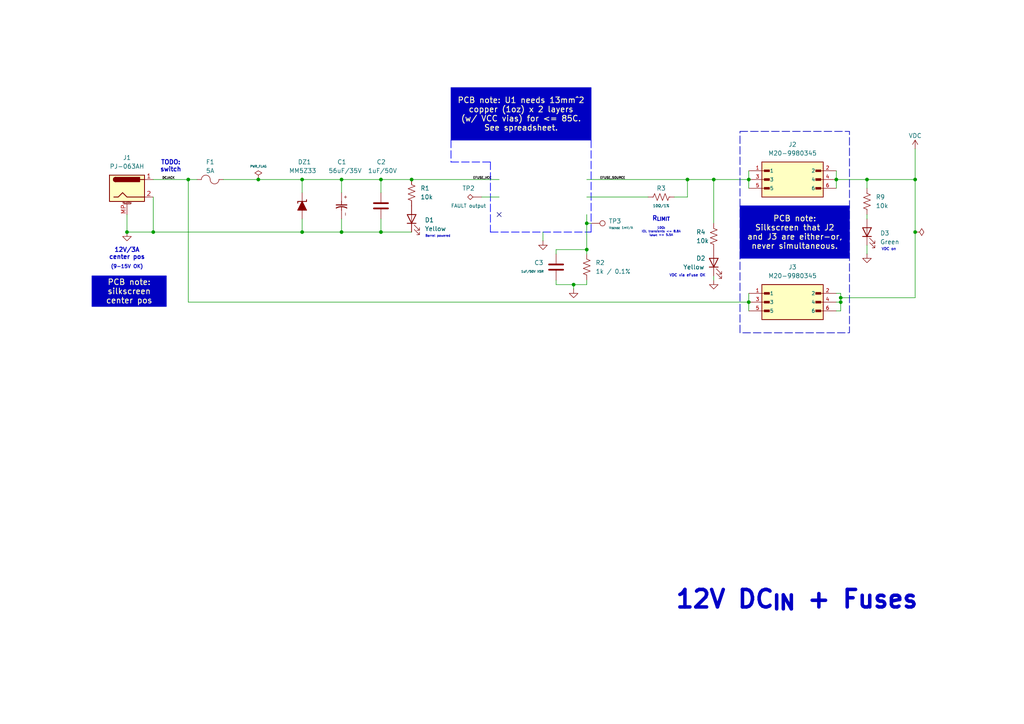
<source format=kicad_sch>
(kicad_sch (version 20231120) (generator "eeschema") (generator_version "8.0")
  (paper "A4")
  (lib_symbols
    (symbol "Connector:DC barrel jack" (pin_names hide)
      (property "Reference" "J" (at 0 5.334 0))
      (property "Value" "PJ-063AH" (at 1.27 -6.35 0))
      (symbol "DC barrel jack_0_1"
        (rectangle (start -5.08 3.81) (end 5.08 -3.81) (stroke (width 0.254)) (fill (type background)))
        (arc (start -3.302 3.175) (mid -3.9343 2.54) (end -3.302 1.905) (stroke (width 0.254)))
        (arc (start -3.302 3.175) (mid -3.9343 2.54) (end -3.302 1.905) (stroke (width 0.254)) (fill (type outline)))
        (polyline (pts (xy 5.08 2.54) (xy 3.81 2.54)) (stroke (width 0.254)))
        (polyline (pts (xy -3.81 -2.54) (xy -2.54 -2.54) (xy -1.27 -1.27) (xy 0 -2.54) (xy 2.54 -2.54) (xy 5.08 -2.54)) (stroke (width 0.254)))
        (rectangle (start 3.683 3.175) (end -3.302 1.905) (stroke (width 0.254)) (fill (type outline)))
      )
      (symbol "DC barrel jack_1_1"
        (polyline (pts (xy -1.016 -4.572) (xy 1.016 -4.572)) (stroke (width 0.1524)))
        (text "Mounting" (at 0 -4.191 0) (effects (font (size 0.381 0.381))))
        (pin power_out line (at 7.62 2.54 180) (length 2.54) (name "~") (number "1"))
        (pin passive line (at 7.62 -2.54 180) (length 2.54) (name "~") (number "2"))
        (pin passive line (at 0 -7.62 90) (length 3.048) (name "MountPin") (number "MP"))
      )
    )
    (symbol "Connector:TestPoint" (pin_numbers hide) (pin_names (offset 0.762) hide)
      (property "Reference" "TP" (at 0 6.858 0))
      (property "Value" "TestPoint" (at 0 5.08 0))
      (symbol "TestPoint_0_1"
        (circle (center 0 3.302) (radius 0.762))
      )
      (symbol "TestPoint_1_1"
        (pin passive line (at 0 0 90) (length 2.54) (name "1") (number "1"))
      )
    )
    (symbol "Connector:TestPoint_Alt" (pin_numbers hide) (pin_names (offset 0.762) hide)
      (property "Reference" "TP" (at 0 6.858 0))
      (property "Value" "TestPoint_Alt" (at 0 5.08 0))
      (symbol "TestPoint_Alt_0_1"
        (polyline (pts (xy 0 2.54) (xy -0.762 3.302) (xy 0 4.064) (xy 0.762 3.302) (xy 0 2.54)))
      )
      (symbol "TestPoint_Alt_1_1"
        (pin passive line (at 0 0 90) (length 2.54) (name "1") (number "1"))
      )
    )
    (symbol "Device:C" (pin_numbers hide) (pin_names (offset 0.254))
      (property "Reference" "C" (at 0.635 2.54 0))
      (property "Value" "C" (at 0.635 -2.54 0))
      (symbol "C_0_1"
        (polyline (pts (xy -2.032 -0.762) (xy 2.032 -0.762)) (stroke (width 0.508)))
        (polyline (pts (xy -2.032 0.762) (xy 2.032 0.762)) (stroke (width 0.508)))
      )
      (symbol "C_1_1"
        (pin passive line (at 0 3.81 270) (length 2.794) (name "~") (number "1"))
        (pin passive line (at 0 -3.81 90) (length 2.794) (name "~") (number "2"))
      )
    )
    (symbol "Device:LED" (pin_numbers hide) (pin_names (offset 1.016) hide)
      (property "Reference" "D" (at 0 2.54 0))
      (property "Value" "LED" (at 0 -2.54 0))
      (symbol "LED_0_1"
        (polyline (pts (xy -1.27 -1.27) (xy -1.27 1.27)) (stroke (width 0.254)))
        (polyline (pts (xy -1.27 0) (xy 1.27 0)))
        (polyline (pts (xy 1.27 -1.27) (xy 1.27 1.27) (xy -1.27 0) (xy 1.27 -1.27)) (stroke (width 0.254)))
        (polyline (pts (xy -3.048 -0.762) (xy -4.572 -2.286) (xy -3.81 -2.286) (xy -4.572 -2.286) (xy -4.572 -1.524)))
        (polyline (pts (xy -1.778 -0.762) (xy -3.302 -2.286) (xy -2.54 -2.286) (xy -3.302 -2.286) (xy -3.302 -1.524)))
      )
      (symbol "LED_1_1"
        (pin passive line (at -3.81 0 0) (length 2.54) (name "K") (number "1"))
        (pin passive line (at 3.81 0 180) (length 2.54) (name "A") (number "2"))
      )
    )
    (symbol "Device:R_US" (pin_numbers hide) (pin_names (offset 0))
      (property "Reference" "R" (at 2.54 0 90))
      (property "Value" "R_US" (at -2.54 0 90))
      (symbol "R_US_0_1"
        (polyline (pts (xy 0 -2.286) (xy 0 -2.54)))
        (polyline (pts (xy 0 2.286) (xy 0 2.54)))
        (polyline (pts (xy 0 -0.762) (xy 1.016 -1.143) (xy 0 -1.524) (xy -1.016 -1.905) (xy 0 -2.286)))
        (polyline (pts (xy 0 0.762) (xy 1.016 0.381) (xy 0 0) (xy -1.016 -0.381) (xy 0 -0.762)))
        (polyline (pts (xy 0 2.286) (xy 1.016 1.905) (xy 0 1.524) (xy -1.016 1.143) (xy 0 0.762)))
      )
      (symbol "R_US_1_1"
        (pin passive line (at 0 3.81 270) (length 1.27) (name "~") (number "1"))
        (pin passive line (at 0 -3.81 90) (length 1.27) (name "~") (number "2"))
      )
    )
    (symbol "M20_9980345:M20-9980345" (pin_names (offset 1.016))
      (property "Reference" "J" (at -9.39 5.08 0))
      (property "Value" "M20-9980345" (at -8.89 -7.62 0))
      (symbol "M20-9980345_0_0"
        (rectangle (start -8.89 -5.08) (end 8.89 5.08) (stroke (width 0.254)) (fill (type background)))
        (rectangle (start -8.255 -2.8575) (end -6.6675 -2.2225) (stroke (width 0.1)) (fill (type outline)))
        (rectangle (start -8.255 -0.3175) (end -6.6675 0.3175) (stroke (width 0.1)) (fill (type outline)))
        (rectangle (start -8.255 2.2225) (end -6.6675 2.8575) (stroke (width 0.1)) (fill (type outline)))
        (rectangle (start 8.255 -2.8575) (end 6.6675 -2.2225) (stroke (width 0.1)) (fill (type outline)))
        (rectangle (start 8.255 -0.3175) (end 6.6675 0.3175) (stroke (width 0.1)) (fill (type outline)))
        (rectangle (start 8.255 2.2225) (end 6.6675 2.8575) (stroke (width 0.1)) (fill (type outline)))
        (pin passive line (at -12.7 2.54 0) (length 5.08) (name "1") (number "1"))
        (pin passive line (at 12.7 2.54 180) (length 5.08) (name "2") (number "2"))
        (pin passive line (at -12.7 0 0) (length 5.08) (name "3") (number "3"))
        (pin passive line (at 12.7 0 180) (length 5.08) (name "4") (number "4"))
        (pin passive line (at -12.7 -2.54 0) (length 5.08) (name "5") (number "5"))
        (pin passive line (at 12.7 -2.54 180) (length 5.08) (name "6") (number "6"))
      )
    )
    (symbol "PCM_4ms_Power-symbol:PWR_FLAG" (power) (pin_numbers hide) (pin_names (offset 0) hide)
      (property "Value" "PWR_FLAG" (at 0 3.81 0))
      (symbol "PWR_FLAG_0_0"
        (pin power_out line (at 0 0 90) (length 0) (name "pwr") (number "1"))
      )
      (symbol "PWR_FLAG_0_1"
        (polyline (pts (xy 0 0) (xy 0 1.27) (xy -1.016 1.905) (xy 0 2.54) (xy 1.016 1.905) (xy 0 1.27)))
      )
    )
    (symbol "PCM_Device_AKL:Fuse" (pin_numbers hide) (pin_names (offset 0))
      (property "Reference" "F" (at 0 4.572 0))
      (property "Value" "Fuse" (at 0 3.175 0))
      (symbol "Fuse_0_1"
        (arc (start 0 0) (mid -1.27 1.2645) (end -2.54 0))
        (arc (start 0 0) (mid 1.27 -1.2645) (end 2.54 0))
      )
      (symbol "Fuse_1_1"
        (pin passive line (at -3.81 0 0) (length 1.27) (name "~") (number "1"))
        (pin passive line (at 3.81 0 180) (length 1.27) (name "~") (number "2"))
      )
    )
    (symbol "PCM_Diode_Zener_AKL:MM5Z33" (pin_numbers hide) (pin_names (offset 1.016) hide)
      (property "Reference" "DZ" (at 0 5.08 0))
      (property "Value" "MM5Z33" (at 0 2.54 0))
      (symbol "MM5Z33_0_1"
        (polyline (pts (xy -1.27 0) (xy 1.27 0)))
        (polyline (pts (xy 1.27 1.27) (xy 0.762 1.27)) (stroke (width 0.254)))
        (polyline (pts (xy 1.27 1.27) (xy 1.27 -1.27)) (stroke (width 0.254)))
        (polyline (pts (xy 1.778 -1.27) (xy 1.27 -1.27)) (stroke (width 0.254)))
        (polyline (pts (xy -1.27 -1.27) (xy -1.27 1.27) (xy 1.27 0) (xy -1.27 -1.27)) (stroke (width 0.254)) (fill (type outline)))
      )
      (symbol "MM5Z33_0_2"
        (polyline (pts (xy -2.54 -2.54) (xy 2.54 2.54)))
        (polyline (pts (xy 0 1.778) (xy -0.381 1.397)) (stroke (width 0.254)))
        (polyline (pts (xy 0 1.778) (xy 1.778 0)) (stroke (width 0.254)))
        (polyline (pts (xy -0.889 -0.889) (xy -1.778 0) (xy 0.889 0.889) (xy 0 -1.778) (xy -0.889 -0.889)) (stroke (width 0.254)) (fill (type outline)))
      )
      (symbol "MM5Z33_1_1"
        (pin passive line (at 3.81 0 180) (length 2.54) (name "K") (number "1"))
        (pin passive line (at -3.81 0 0) (length 2.54) (name "A") (number "2"))
      )
      (symbol "MM5Z33_1_2"
        (pin passive line (at 2.54 2.54 180) (length 0) (name "K") (number "1"))
        (pin passive line (at -2.54 -2.54 0) (length 0) (name "A") (number "2"))
      )
    )
    (symbol "PCV1V560MCL1GS:PCV1V560MCL1GS" (pin_numbers hide) (pin_names (offset 0.254))
      (property "Reference" "C" (at 3.81 3.81 0))
      (property "Value" "56uF/35V" (at 3.81 -3.81 0))
      (symbol "PCV1V560MCL1GS_0_1"
        (polyline (pts (xy 3.556 -1.524) (xy 3.556 1.524)) (stroke (width 0.3048)))
        (arc (start 4.4449 1.524) (mid 4.0563 0) (end 4.4449 -1.524) (stroke (width 0.3048)))
      )
      (symbol "PCV1V560MCL1GS_1_1"
        (polyline (pts (xy 0.889 -1.143) (xy 1.651 -1.143)) (stroke (width 0.127)))
        (polyline (pts (xy 1.27 -1.524) (xy 1.27 -0.762)) (stroke (width 0.127)))
        (polyline (pts (xy 2.54 0) (xy 3.4798 0)) (stroke (width 0.2032)))
        (polyline (pts (xy 4.1148 0) (xy 5.08 0)) (stroke (width 0.2032)))
        (polyline (pts (xy 5.842 -1.143) (xy 6.604 -1.143)) (stroke (width 0.127)))
        (pin passive line (at 0 0 0) (length 2.54) (name "") (number "1"))
        (pin passive line (at 7.62 0 180) (length 2.54) (name "") (number "2"))
      )
      (symbol "PCV1V560MCL1GS_1_2"
        (polyline (pts (xy -1.905 -4.1148) (xy 1.905 -4.1148)) (stroke (width 0.2032)))
        (polyline (pts (xy -1.905 -3.4798) (xy 1.905 -3.4798)) (stroke (width 0.2032)))
        (polyline (pts (xy 0 -4.1148) (xy 0 -5.08)) (stroke (width 0.2032)))
        (polyline (pts (xy 0 -2.54) (xy 0 -3.4798)) (stroke (width 0.2032)))
        (polyline (pts (xy 0.3175 -1.5875) (xy 0.9525 -1.5875)) (stroke (width 0.127)))
        (polyline (pts (xy 0.635 -1.27) (xy 0.635 -1.905)) (stroke (width 0.127)))
        (pin unspecified line (at 0 0 270) (length 2.54) (name "") (number "1"))
        (pin unspecified line (at 0 -7.62 90) (length 2.54) (name "") (number "2"))
      )
    )
    (symbol "power:GND" (power) (pin_numbers hide) (pin_names (offset 0) hide)
      (property "Value" "GND" (at 0 -3.81 0))
      (symbol "GND_0_1"
        (polyline (pts (xy 0 0) (xy 0 -1.27) (xy 1.27 -1.27) (xy 0 -2.54) (xy -1.27 -1.27) (xy 0 -1.27)))
      )
      (symbol "GND_1_1"
        (pin power_in line (at 0 0 270) (length 0) (name "~") (number "1"))
      )
    )
    (symbol "power:VDC" (power) (pin_numbers hide) (pin_names (offset 0) hide)
      (property "Value" "VDC" (at 0 3.556 0))
      (symbol "VDC_0_1"
        (polyline (pts (xy -0.762 1.27) (xy 0 2.54)))
        (polyline (pts (xy 0 0) (xy 0 2.54)))
        (polyline (pts (xy 0 2.54) (xy 0.762 1.27)))
      )
      (symbol "VDC_1_1"
        (pin power_in line (at 0 0 90) (length 0) (name "~") (number "1"))
      )
    )
  )
  (junction (at 199.39 52.07))
  (junction (at 36.83 67.31))
  (junction (at 242.57 52.07))
  (junction (at 170.18 72.39))
  (junction (at 99.06 52.07))
  (junction (at 166.37 82.55))
  (junction (at 54.61 52.07))
  (junction (at 265.43 52.07))
  (junction (at 217.17 52.07))
  (junction (at 251.46 52.07))
  (junction (at 44.45 67.31))
  (junction (at 243.84 86.36))
  (junction (at 99.06 67.31))
  (junction (at 265.43 67.31))
  (junction (at 217.17 87.63))
  (junction (at 87.63 67.31))
  (junction (at 110.49 67.31))
  (junction (at 110.49 52.07))
  (junction (at 87.63 52.07))
  (junction (at 170.18 64.77))
  (junction (at 74.93 52.07))
  (junction (at 207.01 52.07))
  (junction (at 243.84 87.63))
  (junction (at 119.38 52.07))
  (no_connect (at 144.78 62.23))
  (wire (pts (xy 265.43 52.07) (xy 265.43 43.18)))
  (wire (pts (xy 242.57 85.09) (xy 243.84 85.09)))
  (wire (pts (xy 170.18 64.77) (xy 170.18 72.39)))
  (wire (pts (xy 110.49 52.07) (xy 119.38 52.07)))
  (wire (pts (xy 161.29 72.39) (xy 170.18 72.39)))
  (polyline (pts (xy 130.81 40.64) (xy 130.81 46.99)) (stroke (width 0.2032) (type dash) (color 0 0 255 1)))
  (wire (pts (xy 187.96 57.15) (xy 170.18 57.15)))
  (wire (pts (xy 87.63 67.31) (xy 99.06 67.31)))
  (wire (pts (xy 170.18 82.55) (xy 170.18 81.28)))
  (polyline (pts (xy 142.24 67.31) (xy 171.45 67.31)) (stroke (width 0.2032) (type dash) (color 0 0 255 1)))
  (wire (pts (xy 242.57 52.07) (xy 251.46 52.07)))
  (wire (pts (xy 110.49 67.31) (xy 119.38 67.31)))
  (wire (pts (xy 170.18 62.23) (xy 170.18 64.77)))
  (wire (pts (xy 54.61 52.07) (xy 54.61 87.63)))
  (wire (pts (xy 44.45 57.15) (xy 44.45 67.31)))
  (wire (pts (xy 243.84 87.63) (xy 243.84 90.17)))
  (wire (pts (xy 265.43 67.31) (xy 265.43 86.36)))
  (wire (pts (xy 207.01 52.07) (xy 217.17 52.07)))
  (wire (pts (xy 242.57 52.07) (xy 242.57 54.61)))
  (wire (pts (xy 243.84 86.36) (xy 265.43 86.36)))
  (wire (pts (xy 243.84 85.09) (xy 243.84 86.36)))
  (wire (pts (xy 170.18 73.66) (xy 170.18 72.39)))
  (wire (pts (xy 170.18 52.07) (xy 199.39 52.07)))
  (wire (pts (xy 199.39 57.15) (xy 195.58 57.15)))
  (wire (pts (xy 110.49 55.88) (xy 110.49 52.07)))
  (wire (pts (xy 242.57 87.63) (xy 243.84 87.63)))
  (wire (pts (xy 217.17 87.63) (xy 217.17 90.17)))
  (wire (pts (xy 87.63 63.5) (xy 87.63 67.31)))
  (wire (pts (xy 243.84 86.36) (xy 243.84 87.63)))
  (wire (pts (xy 36.83 67.31) (xy 44.45 67.31)))
  (wire (pts (xy 251.46 52.07) (xy 265.43 52.07)))
  (wire (pts (xy 161.29 82.55) (xy 166.37 82.55)))
  (wire (pts (xy 171.45 64.77) (xy 170.18 64.77)))
  (wire (pts (xy 54.61 52.07) (xy 57.15 52.07)))
  (wire (pts (xy 207.01 52.07) (xy 207.01 64.77)))
  (wire (pts (xy 44.45 52.07) (xy 54.61 52.07)))
  (wire (pts (xy 217.17 52.07) (xy 217.17 54.61)))
  (wire (pts (xy 166.37 82.55) (xy 170.18 82.55)))
  (polyline (pts (xy 171.45 40.64) (xy 171.45 67.31)) (stroke (width 0.2032) (type dash) (color 0 0 255 1)))
  (polyline (pts (xy 130.81 46.99) (xy 142.24 46.99)) (stroke (width 0.2032) (type dash) (color 0 0 255 1)))
  (wire (pts (xy 217.17 49.53) (xy 217.17 52.07)))
  (wire (pts (xy 99.06 52.07) (xy 110.49 52.07)))
  (wire (pts (xy 251.46 54.61) (xy 251.46 52.07)))
  (wire (pts (xy 265.43 52.07) (xy 265.43 67.31)))
  (wire (pts (xy 99.06 63.5) (xy 99.06 67.31)))
  (wire (pts (xy 199.39 52.07) (xy 199.39 57.15)))
  (wire (pts (xy 207.01 81.28) (xy 207.01 80.01)))
  (wire (pts (xy 217.17 85.09) (xy 217.17 87.63)))
  (wire (pts (xy 157.48 69.85) (xy 157.48 67.31)))
  (wire (pts (xy 161.29 82.55) (xy 161.29 81.28)))
  (wire (pts (xy 36.83 62.23) (xy 36.83 67.31)))
  (wire (pts (xy 166.37 83.82) (xy 166.37 82.55)))
  (wire (pts (xy 139.7 57.15) (xy 144.78 57.15)))
  (wire (pts (xy 119.38 52.07) (xy 144.78 52.07)))
  (wire (pts (xy 99.06 67.31) (xy 110.49 67.31)))
  (wire (pts (xy 99.06 55.88) (xy 99.06 52.07)))
  (wire (pts (xy 87.63 52.07) (xy 99.06 52.07)))
  (wire (pts (xy 161.29 73.66) (xy 161.29 72.39)))
  (wire (pts (xy 87.63 55.88) (xy 87.63 52.07)))
  (wire (pts (xy 199.39 52.07) (xy 207.01 52.07)))
  (wire (pts (xy 74.93 52.07) (xy 87.63 52.07)))
  (polyline (pts (xy 142.24 46.99) (xy 142.24 67.31)) (stroke (width 0.2032) (type dash) (color 0 0 255 1)))
  (wire (pts (xy 251.46 63.5) (xy 251.46 62.23)))
  (wire (pts (xy 110.49 63.5) (xy 110.49 67.31)))
  (wire (pts (xy 217.17 87.63) (xy 54.61 87.63)))
  (wire (pts (xy 242.57 49.53) (xy 242.57 52.07)))
  (wire (pts (xy 242.57 90.17) (xy 243.84 90.17)))
  (wire (pts (xy 251.46 73.66) (xy 251.46 71.12)))
  (wire (pts (xy 44.45 67.31) (xy 87.63 67.31)))
  (wire (pts (xy 64.77 52.07) (xy 74.93 52.07)))
  (rectangle (start 214.63 38.1) (end 246.38 96.52) (stroke (width 0.2032) (type dash) (color 0 0 194 1)))
  (text_box "PCB note: U1 needs 13mm^2 \ncopper (1oz) x 2 layers \n(w/ VCC vias) for <= 85C. \nSee spreadsheet." (at 130.81 25.4 0) (size 40.64 15.24) (fill (type color) (color 0 0 194 1)) (effects (font (size 1.651 1.651) (thickness 0.254) (bold yes))))
  (text_box "PCB note: \nSilkscreen that J2 \nand J3 are either-or, \nnever simultaneous." (at 214.63 59.69 0) (size 31.75 15.24) (fill (type color) (color 0 0 194 1)) (effects (font (size 1.651 1.651) (thickness 0.254) (bold yes))))
  (text_box "PCB note: silkscreen \ncenter pos" (at 26.67 80.01 0) (size 21.59 8.89) (fill (type color) (color 0 0 194 1)) (effects (font (size 1.651 1.651) (thickness 0.254) (bold yes))))
  (text "R_{LIMIT}\n" (at 191.77 63.5 0) (effects (font (size 1.27 1.27) (thickness 0.254) (bold yes))))
  (text "12V/3A\ncenter pos" (at 36.83 73.66 0) (effects (font (size 1.27 1.27) (thickness 0.254) (bold yes))))
  (text "(9-15V OK)" (at 36.83 77.47 0) (effects (font (size 1.016 1.016) (bold yes))))
  (text "TODO:\nswitch" (at 49.53 48.26 0) (effects (font (size 1.27 1.27) (thickness 0.254) (bold yes))))
  (text "12V DC_{IN} + Fuses" (at 231.14 173.99 0) (effects (font (size 5.08 5.08) (bold yes))))
  (text "Barrel powered" (at 127 68.58 0) (effects (font (size 0.635 0.635) (bold yes))))
  (text "10Ω:\nIOL transients <= 8.8A\nI_{short} <= 5.5A" (at 191.77 67.31 0) (effects (font (size 0.635 0.635) (thickness 0.127) (bold yes))))
  (text "VDC on" (at 257.81 72.39 0) (effects (font (size 0.762 0.762) (bold yes))))
  (text "VDC via eFuse OK" (at 199.39 80.01 0) (effects (font (size 0.762 0.762) (bold yes))))
  (label "EFUSE_VCC" (at 137.16 52.07 0) (effects (font (size 0.635 0.635))))
  (label "EFUSE_SOURCE" (at 173.99 52.07 0) (effects (font (size 0.635 0.635))))
  (label "DCJACK" (at 46.99 52.07 0) (effects (font (size 0.635 0.635))))
  (symbol (lib_id "Device:R_US") (at 207.01 68.58 0) (unit 1)
    (property "Reference" "R4" (at 201.93 67.31 0) (effects (justify left)))
    (property "Value" "10k" (at 201.93 69.85 0) (effects (justify left)))
    (property "Footprint" "PCM_Resistor_SMD_AKL:R_0603_1608Metric_Pad1.05x0.95mm_HandSolder" (effects (hide yes)))
    (property "Datasheet" "https://www.yageo.com/upload/media/product/products/datasheet/rchip/PYu-RC_Group_51_RoHS_L_12.pdf" (effects (hide yes)))
    (property "Description" "Resistor, US symbol" (effects (hide yes)))
    (property "Digikey" "https://www.digikey.com/en/products/detail/yageo/RC0603FR-0710KL/726880" (effects (hide yes)))
    (property "Mfgr" "YAGEO" (effects (hide yes)))
    (property "MPN" "RC0603FR-0710KL" (effects (hide yes)))
  )
  (symbol (lib_id "M20_9980345:M20-9980345") (at 229.87 52.07 0) (unit 1)
    (property "Reference" "J2" (at 229.87 41.91 0))
    (property "Value" "M20-9980345" (at 229.87 44.45 0))
    (property "Footprint" "M20_9980345:HARWIN_M20-9980345" (effects (hide yes)))
    (property "Datasheet" "https://cdn.harwin.com/pdfs/M20-998.pdf" (effects (hide yes)))
    (property "MANUFACTURER" "HARWIN" (effects (hide yes)))
    (property "STANDARD" "Manufacturer Recommendations" (effects (hide yes)))
    (property "Digikey" "https://www.digikey.com/en/products/detail/harwin-inc/M20-9980345/3728084" (effects (hide yes)))
    (property "Mfgr" "Harwin Inc." (effects (hide yes)))
    (property "MPN" "M20-9980345" (effects (hide yes)))
  )
  (symbol (lib_id "Device:R_US") (at 170.18 77.47 0) (unit 1)
    (property "Reference" "R2" (at 172.72 76.1999 0) (effects (justify left)))
    (property "Value" "1k / 0.1%" (at 172.72 78.7399 0) (effects (justify left)))
    (property "Footprint" "PCM_Resistor_SMD_AKL:R_0603_1608Metric_Pad1.05x0.95mm_HandSolder" (effects (hide yes)))
    (property "Datasheet" "https://industrial.panasonic.com/cdbs/www-data/pdf/RDM0000/AOA0000C307.pdf" (effects (hide yes)))
    (property "Description" "Resistor, US symbol" (effects (hide yes)))
    (property "Digikey" "https://www.digikey.com/en/products/detail/panasonic-electronic-components/ERA-3AEB102V/1465854" (effects (hide yes)))
    (property "Mfgr" "Panasonic" (effects (hide yes)))
    (property "MPN" "ERA-3AEB102V" (effects (hide yes)))
  )
  (symbol (lib_id "Connector:TestPoint") (at 171.45 64.77 270) (unit 1)
    (property "Reference" "TP3" (at 176.53 64.1349 90) (effects (justify left)))
    (property "Value" "V_{ISENSE} 1mV/A" (at 176.53 66.0399 90) (effects (font (size 0.635 0.635) (bold yes)) (justify left)))
    (property "Footprint" "TestPoint:TestPoint_Keystone_5000-5004_Miniature" (effects (hide yes)))
    (property "Datasheet" "https://www.keyelco.com/userAssets/file/M65p56.pdf" (effects (hide yes)))
    (property "Description" "Yellow test point, 1mV/A current sense" (effects (hide yes)))
    (property "Digikey" "https://www.digikey.com/en/products/detail/keystone-electronics/5004/362669" (effects (hide yes)))
    (property "Mfgr" "Keystone" (effects (hide yes)))
    (property "MPN" "5004" (effects (hide yes)))
  )
  (symbol (lib_id "PCM_4ms_Power-symbol:PWR_FLAG") (at 265.43 67.31 270) (unit 1)
    (property "Reference" "#FLG04" (effects (hide yes)))
    (property "Value" "PWR_FLAG" (effects (hide yes)))
  )
  (symbol (lib_id "PCM_Diode_Zener_AKL:MM5Z33") (at 87.63 59.69 90) (unit 1)
    (property "Reference" "DZ1" (at 86.36 46.99 90) (effects (justify right)))
    (property "Value" "MM5Z33" (at 83.82 49.53 90) (effects (justify right)))
    (property "Footprint" "Diode_SMD:D_SOD-523" (effects (hide yes)))
    (property "Datasheet" "https://www.onsemi.com/pdf/datasheet/mm5z2v4t1-d.pdf" (effects (hide yes)))
    (property "Description" "SOD-523 Zener diode, 33V, 500mW, Alternate KiCAD Library" (effects (hide yes)))
    (property "Digikey" "https://www.digikey.com/en/products/detail/onsemi/MM5Z33VT1G/921089" (effects (hide yes)))
    (property "Mfgr" "ON Semi" (effects (hide yes)))
    (property "MPN" "MM5Z33VT1G" (effects (hide yes)))
  )
  (symbol (lib_id "Device:LED") (at 207.01 76.2 90) (unit 1)
    (property "Reference" "D2" (at 201.93 74.93 90) (effects (justify right)))
    (property "Value" "Yellow" (at 198.12 77.47 90) (effects (justify right)))
    (property "Footprint" "LED_SMD:LED_0603_1608Metric_Pad1.05x0.95mm_HandSolder" (effects (hide yes)))
    (property "Datasheet" "https://www.we-online.com/components/products/datasheet/150060VS75000.pdf" (effects (hide yes)))
    (property "Description" "Light emitting diode" (effects (hide yes)))
    (property "Digikey" "https://www.digikey.com/en/products/detail/w%C3%BCrth-elektronik/150060YS75000/4489909" (effects (hide yes)))
    (property "Mfgr" "Wurth" (effects (hide yes)))
    (property "MPN" "150060YS75000" (effects (hide yes)))
  )
  (symbol (lib_id "PCV1V560MCL1GS:PCV1V560MCL1GS") (at 99.06 55.88 90) (mirror x) (unit 1)
    (property "Reference" "C1" (at 97.79 46.99 90) (effects (justify right)))
    (property "Value" "56uF/35V" (at 95.25 49.53 90) (effects (justify right)))
    (property "Footprint" "PCV1V560MCL1GS:CAP_PC_8X10_NCH" (effects (hide yes)))
    (property "Datasheet" "https://www.nichicon.co.jp/english/series_items/catalog_pdf/e-pcv.pdf" (effects (hide yes)))
    (property "Description" "ELECTROLYTIC CAP ALUM POLY 56UF 20% 35V SMD" (effects (hide yes)))
    (property "Digikey" "https://www.digikey.com/en/products/detail/nichicon/PCV1V560MCL1GS/2618771" (effects (hide yes)))
    (property "MPN" "PCV1V560MCL1GS" (effects (hide yes)))
    (property "Mfgr" "Nichicon" (effects (hide yes)))
  )
  (symbol (lib_id "Device:R_US") (at 119.38 55.88 0) (unit 1)
    (property "Reference" "R1" (at 121.92 54.6099 0) (effects (justify left)))
    (property "Value" "10k" (at 121.92 57.1499 0) (effects (justify left)))
    (property "Footprint" "PCM_Resistor_SMD_AKL:R_0603_1608Metric_Pad1.05x0.95mm_HandSolder" (effects (hide yes)))
    (property "Datasheet" "https://www.yageo.com/upload/media/product/products/datasheet/rchip/PYu-RC_Group_51_RoHS_L_12.pdf" (effects (hide yes)))
    (property "Description" "Resistor, US symbol" (effects (hide yes)))
    (property "Digikey" "https://www.digikey.com/en/products/detail/yageo/RC0603FR-0710KL/726880" (effects (hide yes)))
    (property "Mfgr" "YAGEO" (effects (hide yes)))
    (property "MPN" "RC0603FR-0710KL" (effects (hide yes)))
  )
  (symbol (lib_id "Device:R_US") (at 251.46 58.42 0) (unit 1)
    (property "Reference" "R9" (at 254 57.1499 0) (effects (justify left)))
    (property "Value" "10k" (at 254 59.6899 0) (effects (justify left)))
    (property "Footprint" "PCM_Resistor_SMD_AKL:R_0603_1608Metric_Pad1.05x0.95mm_HandSolder" (effects (hide yes)))
    (property "Datasheet" "https://www.yageo.com/upload/media/product/products/datasheet/rchip/PYu-RC_Group_51_RoHS_L_12.pdf" (effects (hide yes)))
    (property "Description" "Resistor, US symbol" (effects (hide yes)))
    (property "Digikey" "https://www.digikey.com/en/products/detail/yageo/RC0603FR-0710KL/726880" (effects (hide yes)))
    (property "Mfgr" "YAGEO" (effects (hide yes)))
    (property "MPN" "RC0603FR-0710KL" (effects (hide yes)))
  )
  (symbol (lib_id "Device:C") (at 110.49 59.69 0) (unit 1)
    (property "Reference" "C2" (at 109.22 46.99 0) (effects (justify left)))
    (property "Value" "1uF/50V" (at 106.68 49.53 0) (effects (justify left)))
    (property "Footprint" "Capacitor_SMD:C_0603_1608Metric_Pad1.08x0.95mm_HandSolder" (effects (hide yes)))
    (property "Datasheet" "https://www.yuden.co.jp/productdata/catalog/mlcc06_e.pdf" (effects (hide yes)))
    (property "Description" "CAP CER 1UF 50V X5R 0603" (effects (hide yes)))
    (property "Mfgr" "Taiyo Yuden" (effects (hide yes)))
    (property "MPN" "UMK107BJ105KA-T" (effects (hide yes)))
    (property "Digikey" "https://www.digikey.com/en/products/detail/taiyo-yuden/UMK107BJ105KA-T/2178919" (effects (hide yes)))
  )
  (symbol (lib_id "PCM_4ms_Power-symbol:PWR_FLAG") (at 74.93 52.07 0) (unit 1)
    (property "Reference" "#FLG02" (effects (hide yes)))
    (property "Value" "PWR_FLAG" (at 74.93 48.26 0) (effects (font (size 0.635 0.635))))
  )
  (symbol (lib_id "power:GND") (at 251.46 73.66 0) (unit 1)
    (property "Reference" "#PWR08" (effects (hide yes)))
    (property "Value" "GND" (effects (hide yes)))
    (property "Description" "Power symbol creates a global label with name \"GND\" , ground" (effects (hide yes)))
  )
  (symbol (lib_id "power:GND") (at 157.48 69.85 0) (unit 1)
    (property "Reference" "#PWR05" (effects (hide yes)))
    (property "Value" "GND" (effects (hide yes)))
    (property "Description" "Power symbol creates a global label with name \"GND\" , ground" (effects (hide yes)))
  )
  (symbol (lib_id "Device:R_US") (at 191.77 57.15 270) (unit 1)
    (property "Reference" "R3" (at 191.77 54.61 90))
    (property "Value" "10Ω/1%" (at 191.77 59.69 90) (effects (font (size 0.762 0.762))))
    (property "Footprint" "PCM_Resistor_SMD_AKL:R_0603_1608Metric_Pad1.05x0.95mm_HandSolder" (effects (hide yes)))
    (property "Datasheet" "https://www.yageo.com/upload/media/product/products/datasheet/rchip/PYu-RC_Group_51_RoHS_L_12.pdf" (effects (hide yes)))
    (property "Description" "Resistor, US symbol" (effects (hide yes)))
    (property "Mfgr" "YAGEO" (effects (hide yes)))
    (property "MPN" "RC0603FR-0710RL" (effects (hide yes)))
    (property "Digikey" "https://www.digikey.com/en/products/detail/yageo/RC0603FR-0710RL/726879" (effects (hide yes)))
  )
  (symbol (lib_id "M20_9980345:M20-9980345") (at 229.87 87.63 0) (unit 1)
    (property "Reference" "J3" (at 229.87 77.47 0))
    (property "Value" "M20-9980345" (at 229.87 80.01 0))
    (property "Footprint" "M20_9980345:HARWIN_M20-9980345" (effects (hide yes)))
    (property "Datasheet" "https://cdn.harwin.com/pdfs/M20-998.pdf" (effects (hide yes)))
    (property "MANUFACTURER" "HARWIN" (effects (hide yes)))
    (property "STANDARD" "Manufacturer Recommendations" (effects (hide yes)))
    (property "Digikey" "https://www.digikey.com/en/products/detail/harwin-inc/M20-9980345/3728084" (effects (hide yes)))
    (property "Mfgr" "Harwin Inc." (effects (hide yes)))
    (property "MPN" "M20-9980345" (effects (hide yes)))
  )
  (symbol (lib_id "Connector:DC barrel jack") (at 36.83 54.61 0) (unit 1)
    (property "Reference" "J1" (at 36.83 45.72 0))
    (property "Value" "PJ-063AH" (at 36.83 48.26 0))
    (property "Footprint" "Connector_BarrelJack:BarrelJack_CUI_PJ-063AH_Horizontal" (effects (hide yes)))
    (property "Datasheet" "https://www.cuidevices.com/product/resource/pj-063ah.pdf" (effects (hide yes)))
    (property "Description" "DC Barrel Jack with a mounting pin, 24V/8A, 2.1x5.5mm, center positive" (effects (hide yes)))
    (property "Digikey" "https://www.digikey.com/en/products/detail/cui-devices/PJ-063AH/2161208" (effects (hide yes)))
    (property "Mfgr" "CUI Devices" (effects (hide yes)))
    (property "MPN" "PJ-063AH" (effects (hide yes)))
  )
  (symbol (lib_id "power:GND") (at 36.83 67.31 0) (unit 1)
    (property "Reference" "#PWR01" (effects (hide yes)))
    (property "Value" "GND" (effects (hide yes)))
    (property "Description" "Power symbol creates a global label with name \"GND\" , ground" (effects (hide yes)))
  )
  (symbol (lib_id "Device:C") (at 161.29 77.47 0) (unit 1)
    (property "Reference" "C3" (at 154.94 76.2 0) (effects (justify left)))
    (property "Value" "1uF/50V X5R" (at 151.13 78.74 0) (effects (font (size 0.635 0.635)) (justify left)))
    (property "Footprint" "Capacitor_SMD:C_0603_1608Metric_Pad1.08x0.95mm_HandSolder" (effects (hide yes)))
    (property "Datasheet" "https://www.yuden.co.jp/productdata/catalog/mlcc06_e.pdf" (effects (hide yes)))
    (property "Description" "CAP CER 1UF 50V X5R 0603" (effects (hide yes)))
    (property "Mfgr" "Taiyo Yuden" (effects (hide yes)))
    (property "MPN" "UMK107BJ105KA-T" (effects (hide yes)))
    (property "Digikey" "https://www.digikey.com/en/products/detail/taiyo-yuden/UMK107BJ105KA-T/2178919" (effects (hide yes)))
  )
  (symbol (lib_id "PCM_Device_AKL:Fuse") (at 60.96 52.07 0) (unit 1)
    (property "Reference" "F1" (at 60.96 46.99 0))
    (property "Value" "5A" (at 60.96 49.53 0))
    (property "Footprint" "Fuse:Fuseholder_Cylinder-5x20mm_Wuerth_696103101002-SMD_Horizontal_Open" (effects (hide yes)))
    (property "Datasheet" "https://www.we-online.com/katalog/datasheet/696103101002.pdf" (effects (hide yes)))
    (property "Description" "Fuseholder + fuse" (effects (hide yes)))
    (property "Datasheet2" "https://www.schurter.com/en/datasheet/typ_FST_5x20.pdf" (effects (hide yes)))
    (property "Digikey1" "https://www.digikey.com/en/products/detail/w%C3%BCrth-elektronik/696103101002/7244555" (effects (hide yes)))
    (property "Mfgr1" "Wurth" (effects (hide yes)))
    (property "MPN1" "696103101002" (effects (hide yes)))
    (property "Mfgr2" "SCHURTER Inc." (effects (hide yes)))
    (property "MPN2" "0034.3122" (effects (hide yes)))
  )
  (symbol (lib_id "power:GND") (at 207.01 81.28 0) (unit 1)
    (property "Reference" "#PWR07" (effects (hide yes)))
    (property "Value" "GND" (effects (hide yes)))
    (property "Description" "Power symbol creates a global label with name \"GND\" , ground" (effects (hide yes)))
  )
  (symbol (lib_id "power:GND") (at 166.37 83.82 0) (unit 1)
    (property "Reference" "#PWR06" (effects (hide yes)))
    (property "Value" "GND" (effects (hide yes)))
    (property "Description" "Power symbol creates a global label with name \"GND\" , ground" (effects (hide yes)))
  )
  (symbol (lib_id "power:VDC") (at 265.43 43.18 0) (unit 1)
    (property "Reference" "#PWR014" (effects (hide yes)))
    (property "Value" "VDC" (at 265.43 39.37 0))
    (property "Description" "Power symbol creates a global label with name \"VDC\"" (effects (hide yes)))
  )
  (symbol (lib_id "Device:LED") (at 251.46 67.31 90) (unit 1)
    (property "Reference" "D3" (at 255.27 67.6274 90) (effects (justify right)))
    (property "Value" "Green" (at 255.27 70.1674 90) (effects (justify right)))
    (property "Footprint" "LED_SMD:LED_0603_1608Metric_Pad1.05x0.95mm_HandSolder" (effects (hide yes)))
    (property "Datasheet" "https://www.we-online.com/components/products/datasheet/150060VS75000.pdf" (effects (hide yes)))
    (property "Description" "Light emitting diode" (effects (hide yes)))
    (property "Digikey" "https://www.digikey.com/en/products/detail/w%C3%BCrth-elektronik/150060VS75000/4489906" (effects (hide yes)))
    (property "Mfgr" "Wurth" (effects (hide yes)))
    (property "MPN" "150060VS75000" (effects (hide yes)))
  )
  (symbol (lib_id "Device:LED") (at 119.38 63.5 90) (unit 1)
    (property "Reference" "D1" (at 123.19 63.8174 90) (effects (justify right)))
    (property "Value" "Yellow" (at 123.19 66.3574 90) (effects (justify right)))
    (property "Footprint" "LED_SMD:LED_0603_1608Metric_Pad1.05x0.95mm_HandSolder" (effects (hide yes)))
    (property "Datasheet" "https://www.we-online.com/components/products/datasheet/150060VS75000.pdf" (effects (hide yes)))
    (property "Description" "Light emitting diode" (effects (hide yes)))
    (property "Digikey" "https://www.digikey.com/en/products/detail/w%C3%BCrth-elektronik/150060YS75000/4489909" (effects (hide yes)))
    (property "Mfgr" "Wurth" (effects (hide yes)))
    (property "MPN" "150060YS75000" (effects (hide yes)))
  )
  (symbol (lib_id "Connector:TestPoint_Alt") (at 139.7 57.15 90) (unit 1)
    (property "Reference" "TP2" (at 135.89 54.61 90))
    (property "Value" "FAULT output" (at 135.89 59.69 90) (effects (font (size 1.016 1.016))))
    (property "Footprint" "TestPoint:TestPoint_Pad_1.5x1.5mm" (effects (hide yes)))
    (property "Description" "test point" (effects (hide yes)))
  )
)
</source>
